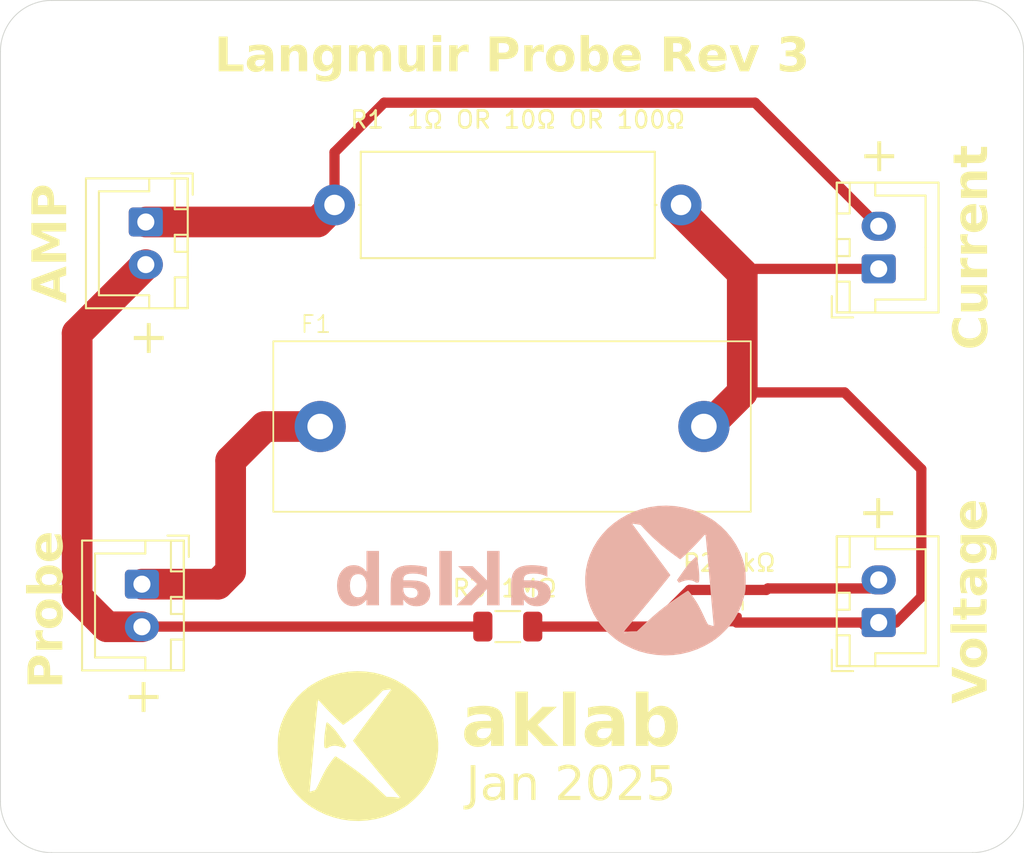
<source format=kicad_pcb>
(kicad_pcb (version 20240108) (generator "pcbnew") (generator_version "8.0")
  (layers (0 "F.Cu" signal) (31 "B.Cu" signal) (34 "B.Paste" user) (35 "F.Paste" user) (36 "B.SilkS" user "B.Silkscreen") (37 "F.SilkS" user "F.Silkscreen") (38 "B.Mask" user) (39 "F.Mask" user) (44 "Edge.Cuts" user))
  (net 0 "")
  (net 1 "Net-(AMP1-1)")
  (net 2 "Net-(Current1-2)")
  (net 3 "Net-(AMP1-2)")
  (net 4 "Net-(Voltage1-1)")
  (net 5 "Net-(Probe1-2)")
  (footprint "Resistor_SMD:R_1206_3216Metric" (layer "F.Cu") (at 129.75 136.238216 180)
    (property "Reference" "R3" (at 2.25 2.238216 180) (layer "F.SilkS"))
    (property "Value" "1M")
    (fp_line (start -0.727064 0.91) (end 0.727064 0.91) (stroke (width 0.12)) (layer "F.SilkS"))
    (fp_line (start -0.727064 -0.91) (end 0.727064 -0.91) (stroke (width 0.12)) (layer "F.SilkS"))
    (pad "1" smd roundrect (at -1.4625 0 180) (size 1.125 1.75) (layers "F.Cu" "F.Paste" "F.Mask") (roundrect_rratio 0.222222) (net 4 "Net-(Voltage1-1)"))
    (pad "2" smd roundrect (at 1.4625 0 180) (size 1.125 1.75) (layers "F.Cu" "F.Paste" "F.Mask") (roundrect_rratio 0.222222) (net 1 "Net-(AMP1-1)"))
  )
  (footprint "Connector_JST:JST_XH_B2B-XH-A_1x02_P2.50mm_Vertical" (layer "F.Cu") (at 108.525 112.5 -90)
    (property "Reference" "AMP" (at 1.25 5.5 90) (layer "F.SilkS") (effects (font (size 2 2))))
    (property "Value" "~")
    (fp_line (start -2.56 3.51) (end 5.06 3.51) (stroke (width 0.12)) (layer "F.SilkS"))
    (fp_line (start 5.06 3.51) (end 5.06 -2.46) (stroke (width 0.12)) (layer "F.SilkS"))
    (fp_line (start -1.8 2.75) (end 1.25 2.75) (stroke (width 0.12)) (layer "F.SilkS"))
    (fp_line (start 4.3 2.75) (end 1.25 2.75) (stroke (width 0.12)) (layer "F.SilkS"))
    (fp_line (start -2.55 -0.2) (end -1.8 -0.2) (stroke (width 0.12)) (layer "F.SilkS"))
    (fp_line (start -1.8 -0.2) (end -1.8 2.75) (stroke (width 0.12)) (layer "F.SilkS"))
    (fp_line (start 4.3 -0.2) (end 4.3 2.75) (stroke (width 0.12)) (layer "F.SilkS"))
    (fp_line (start 5.05 -0.2) (end 4.3 -0.2) (stroke (width 0.12)) (layer "F.SilkS"))
    (fp_line (start -2.55 -1.7) (end -0.75 -1.7) (stroke (width 0.12)) (layer "F.SilkS"))
    (fp_line (start -0.75 -1.7) (end -0.75 -2.45) (stroke (width 0.12)) (layer "F.SilkS"))
    (fp_line (start 0.75 -1.7) (end 1.75 -1.7) (stroke (width 0.12)) (layer "F.SilkS"))
    (fp_line (start 1.75 -1.7) (end 1.75 -2.45) (stroke (width 0.12)) (layer "F.SilkS"))
    (fp_line (start 3.25 -1.7) (end 5.05 -1.7) (stroke (width 0.12)) (layer "F.SilkS"))
    (fp_line (start 5.05 -1.7) (end 5.05 -2.45) (stroke (width 0.12)) (layer "F.SilkS"))
    (fp_line (start -2.55 -2.45) (end -2.55 -1.7) (stroke (width 0.12)) (layer "F.SilkS"))
    (fp_line (start -0.75 -2.45) (end -2.55 -2.45) (stroke (width 0.12)) (layer "F.SilkS"))
    (fp_line (start 0.75 -2.45) (end 0.75 -1.7) (stroke (width 0.12)) (layer "F.SilkS"))
    (fp_line (start 1.75 -2.45) (end 0.75 -2.45) (stroke (width 0.12)) (layer "F.SilkS"))
    (fp_line (start 3.25 -2.45) (end 3.25 -1.7) (stroke (width 0.12)) (layer "F.SilkS"))
    (fp_line (start 5.05 -2.45) (end 3.25 -2.45) (stroke (width 0.12)) (layer "F.SilkS"))
    (fp_line (start -2.56 -2.46) (end -2.56 3.51) (stroke (width 0.12)) (layer "F.SilkS"))
    (fp_line (start 5.06 -2.46) (end -2.56 -2.46) (stroke (width 0.12)) (layer "F.SilkS"))
    (fp_line (start -2.85 -2.75) (end -2.85 -1.5) (stroke (width 0.12)) (layer "F.SilkS"))
    (fp_line (start -1.6 -2.75) (end -2.85 -2.75) (stroke (width 0.12)) (layer "F.SilkS"))
    (pad "1" thru_hole roundrect (at 0 0 270) (size 1.7 2) (drill 1) (layers "*.Cu" "*.Mask") (roundrect_rratio 0.147059) (net 3 "Net-(AMP1-2)"))
    (pad "2" thru_hole oval (at 2.5 0 270) (size 1.7 2) (drill 1) (layers "*.Cu" "*.Mask") (net 1 "Net-(AMP1-1)"))
  )
  (footprint "Connector_JST:JST_XH_B2B-XH-A_1x02_P2.50mm_Vertical" (layer "F.Cu") (at 151.5 136 90)
    (property "Reference" "Voltage" (at 1.25 5.5 90) (layer "F.SilkS") (effects (font (size 2 2))))
    (property "Value" "~")
    (fp_line (start -1.6 -2.75) (end -2.85 -2.75) (stroke (width 0.12)) (layer "F.SilkS"))
    (fp_line (start -2.85 -2.75) (end -2.85 -1.5) (stroke (width 0.12)) (layer "F.SilkS"))
    (fp_line (start 5.06 -2.46) (end -2.56 -2.46) (stroke (width 0.12)) (layer "F.SilkS"))
    (fp_line (start -2.56 -2.46) (end -2.56 3.51) (stroke (width 0.12)) (layer "F.SilkS"))
    (fp_line (start 5.05 -2.45) (end 3.25 -2.45) (stroke (width 0.12)) (layer "F.SilkS"))
    (fp_line (start 3.25 -2.45) (end 3.25 -1.7) (stroke (width 0.12)) (layer "F.SilkS"))
    (fp_line (start 1.75 -2.45) (end 0.75 -2.45) (stroke (width 0.12)) (layer "F.SilkS"))
    (fp_line (start 0.75 -2.45) (end 0.75 -1.7) (stroke (width 0.12)) (layer "F.SilkS"))
    (fp_line (start -0.75 -2.45) (end -2.55 -2.45) (stroke (width 0.12)) (layer "F.SilkS"))
    (fp_line (start -2.55 -2.45) (end -2.55 -1.7) (stroke (width 0.12)) (layer "F.SilkS"))
    (fp_line (start 5.05 -1.7) (end 5.05 -2.45) (stroke (width 0.12)) (layer "F.SilkS"))
    (fp_line (start 3.25 -1.7) (end 5.05 -1.7) (stroke (width 0.12)) (layer "F.SilkS"))
    (fp_line (start 1.75 -1.7) (end 1.75 -2.45) (stroke (width 0.12)) (layer "F.SilkS"))
    (fp_line (start 0.75 -1.7) (end 1.75 -1.7) (stroke (width 0.12)) (layer "F.SilkS"))
    (fp_line (start -0.75 -1.7) (end -0.75 -2.45) (stroke (width 0.12)) (layer "F.SilkS"))
    (fp_line (start -2.55 -1.7) (end -0.75 -1.7) (stroke (width 0.12)) (layer "F.SilkS"))
    (fp_line (start 5.05 -0.2) (end 4.3 -0.2) (stroke (width 0.12)) (layer "F.SilkS"))
    (fp_line (start 4.3 -0.2) (end 4.3 2.75) (stroke (width 0.12)) (layer "F.SilkS"))
    (fp_line (start -1.8 -0.2) (end -1.8 2.75) (stroke (width 0.12)) (layer "F.SilkS"))
    (fp_line (start -2.55 -0.2) (end -1.8 -0.2) (stroke (width 0.12)) (layer "F.SilkS"))
    (fp_line (start 4.3 2.75) (end 1.25 2.75) (stroke (width 0.12)) (layer "F.SilkS"))
    (fp_line (start -1.8 2.75) (end 1.25 2.75) (stroke (width 0.12)) (layer "F.SilkS"))
    (fp_line (start 5.06 3.51) (end 5.06 -2.46) (stroke (width 0.12)) (layer "F.SilkS"))
    (fp_line (start -2.56 3.51) (end 5.06 3.51) (stroke (width 0.12)) (layer "F.SilkS"))
    (pad "1" thru_hole roundrect (at 0 0 90) (size 1.7 2) (drill 1) (layers "*.Cu" "*.Mask") (roundrect_rratio 0.147059) (net 2 "Net-(Current1-2)"))
    (pad "2" thru_hole oval (at 2.5 0 90) (size 1.7 2) (drill 1) (layers "*.Cu" "*.Mask") (net 4 "Net-(Voltage1-1)"))
  )
  (footprint "Resistor_SMD:R_0603_1608Metric" (layer "F.Cu") (at 143 135 -90)
    (property "Reference" "R2" (at -2.5 2 180) (layer "F.SilkS"))
    (property "Value" "1k")
    (fp_line (start -0.237258 0.5225) (end 0.237258 0.5225) (stroke (width 0.12)) (layer "F.SilkS"))
    (fp_line (start -0.237258 -0.5225) (end 0.237258 -0.5225) (stroke (width 0.12)) (layer "F.SilkS"))
    (pad "1" smd roundrect (at -0.825 0 270) (size 0.8 0.95) (layers "F.Cu" "F.Paste" "F.Mask") (net 4 "Net-(Voltage1-1)"))
    (pad "2" smd roundrect (at 0.825 0 270) (size 0.8 0.95) (layers "F.Cu" "F.Paste" "F.Mask") (net 2 "Net-(Current1-2)"))
  )
  (footprint "Connector_JST:JST_XH_B2B-XH-A_1x02_P2.50mm_Vertical" (layer "F.Cu") (at 151.5 115.25 90)
    (property "Reference" "Current" (at 1.25 5.525 90) (layer "F.SilkS") (effects (font (size 2 2))))
    (property "Value" "~")
    (fp_line (start -1.6 -2.75) (end -2.85 -2.75) (stroke (width 0.12)) (layer "F.SilkS"))
    (fp_line (start -2.85 -2.75) (end -2.85 -1.5) (stroke (width 0.12)) (layer "F.SilkS"))
    (fp_line (start 5.06 -2.46) (end -2.56 -2.46) (stroke (width 0.12)) (layer "F.SilkS"))
    (fp_line (start -2.56 -2.46) (end -2.56 3.51) (stroke (width 0.12)) (layer "F.SilkS"))
    (fp_line (start 5.05 -2.45) (end 3.25 -2.45) (stroke (width 0.12)) (layer "F.SilkS"))
    (fp_line (start 3.25 -2.45) (end 3.25 -1.7) (stroke (width 0.12)) (layer "F.SilkS"))
    (fp_line (start 1.75 -2.45) (end 0.75 -2.45) (stroke (width 0.12)) (layer "F.SilkS"))
    (fp_line (start 0.75 -2.45) (end 0.75 -1.7) (stroke (width 0.12)) (layer "F.SilkS"))
    (fp_line (start -0.75 -2.45) (end -2.55 -2.45) (stroke (width 0.12)) (layer "F.SilkS"))
    (fp_line (start -2.55 -2.45) (end -2.55 -1.7) (stroke (width 0.12)) (layer "F.SilkS"))
    (fp_line (start 5.05 -1.7) (end 5.05 -2.45) (stroke (width 0.12)) (layer "F.SilkS"))
    (fp_line (start 3.25 -1.7) (end 5.05 -1.7) (stroke (width 0.12)) (layer "F.SilkS"))
    (fp_line (start 1.75 -1.7) (end 1.75 -2.45) (stroke (width 0.12)) (layer "F.SilkS"))
    (fp_line (start 0.75 -1.7) (end 1.75 -1.7) (stroke (width 0.12)) (layer "F.SilkS"))
    (fp_line (start -0.75 -1.7) (end -0.75 -2.45) (stroke (width 0.12)) (layer "F.SilkS"))
    (fp_line (start -2.55 -1.7) (end -0.75 -1.7) (stroke (width 0.12)) (layer "F.SilkS"))
    (fp_line (start 5.05 -0.2) (end 4.3 -0.2) (stroke (width 0.12)) (layer "F.SilkS"))
    (fp_line (start 4.3 -0.2) (end 4.3 2.75) (stroke (width 0.12)) (layer "F.SilkS"))
    (fp_line (start -1.8 -0.2) (end -1.8 2.75) (stroke (width 0.12)) (layer "F.SilkS"))
    (fp_line (start -2.55 -0.2) (end -1.8 -0.2) (stroke (width 0.12)) (layer "F.SilkS"))
    (fp_line (start 4.3 2.75) (end 1.25 2.75) (stroke (width 0.12)) (layer "F.SilkS"))
    (fp_line (start -1.8 2.75) (end 1.25 2.75) (stroke (width 0.12)) (layer "F.SilkS"))
    (fp_line (start 5.06 3.51) (end 5.06 -2.46) (stroke (width 0.12)) (layer "F.SilkS"))
    (fp_line (start -2.56 3.51) (end 5.06 3.51) (stroke (width 0.12)) (layer "F.SilkS"))
    (pad "1" thru_hole roundrect (at 0 0 90) (size 1.7 2) (drill 1) (layers "*.Cu" "*.Mask") (roundrect_rratio 0.147059) (net 2 "Net-(Current1-2)"))
    (pad "2" thru_hole oval (at 2.5 0 90) (size 1.7 2) (drill 1) (layers "*.Cu" "*.Mask") (net 3 "Net-(AMP1-2)"))
  )
  (footprint "LOGO" (layer "F.Cu") (at 120.962412 143.249154)
    (property "Reference" "G***" (hide yes))
    (property "Value" "LOGO" (hide yes))
    (fp_poly (pts (xy -1.776801 -1.379757) (xy -1.730067 -1.342747) (xy -1.667211 -1.2837) (xy -1.626219 -1.244973) (xy -1.530379 -1.152771) (xy -1.441868 -1.060817) (xy -1.354571 -0.961606) (xy -1.262375 -0.847632) (xy -1.159166 -0.711388) (xy -1.038832 -0.545369) (xy -0.922765 -0.381286) (xy -0.671786 -0.023899) (xy -0.726433 0.052846) (xy -0.765224 0.103175) (xy -0.790732 0.128775) (xy -0.793056 0.129591) (xy -0.821212 0.120248) (xy -0.8835 0.095755) (xy -0.96624 0.061498) (xy -1.161307 -0.000145) (xy -1.353209 -0.021593) (xy -1.53025 -0.00188) (xy -1.575472 0.011116) (xy -1.656043 0.042778) (xy -1.717865 0.075838) (xy -1.737709 0.092134) (xy -1.790596 0.121494) (xy -1.865041 0.127574) (xy -1.935575 0.108896) (xy -1.943877 0.104101) (xy -1.964068 0.064334) (xy -1.9765 -0.019632) (xy -1.981335 -0.14077) (xy -1.978733 -0.292052) (xy -1.968853 -0.466448) (xy -1.951856 -0.65693) (xy -1.927903 -0.85647) (xy -1.920818 -0.907143) (xy -1.894997 -1.089314) (xy -1.874718 -1.224603) (xy -1.856369 -1.317152) (xy -1.836341 -1.371099) (xy -1.811021 -1.390587)) (fill solid) (layer "F.SilkS"))
    (fp_poly (pts (xy 0.455284 -4.375863) (xy 0.949617 -4.305317) (xy 1.435673 -4.185075) (xy 1.910319 -4.015379) (xy 2.245986 -3.861331) (xy 2.666237 -3.622391) (xy 3.054528 -3.346271) (xy 3.408412 -3.035896) (xy 3.725441 -2.69419) (xy 4.00317 -2.324079) (xy 4.239151 -1.928485) (xy 4.430937 -1.510335) (xy 4.574576 -1.078094) (xy 4.668296 -0.636846) (xy 4.7122 -0.189047) (xy 4.707069 0.2606) (xy 4.653689 0.707388) (xy 4.552842 1.146614) (xy 4.40531 1.573573) (xy 4.211878 1.98356) (xy 4.008939 2.319694) (xy 3.809938 2.588211) (xy 3.574405 2.859217) (xy 3.315218 3.119539) (xy 3.04526 3.356002) (xy 2.849825 3.505245) (xy 2.676373 3.618832) (xy 2.467733 3.739406) (xy 2.238548 3.859678) (xy 2.003462 3.972357) (xy 1.777118 4.070155) (xy 1.57416 4.145782) (xy 1.542143 4.156193) (xy 1.050089 4.285858) (xy 0.550004 4.366553) (xy 0.047781 4.397618) (xy -0.44514 4.37889) (xy -0.919797 4.312172) (xy -1.390536 4.19831) (xy -1.849834 4.040191) (xy -2.290164 3.840698) (xy -2.704001 3.602719) (xy -2.98871 3.40357) (xy -3.121139 3.295341) (xy -3.272763 3.159172) (xy -3.430554 3.007725) (xy -3.58148 2.853665) (xy -3.712513 2.709653) (xy -3.74914 2.666304) (xy -2.825102 2.666304) (xy -2.803156 2.670253) (xy -2.746442 2.658375) (xy -2.68903 2.640536) (xy -2.606148 2.614088) (xy -2.539446 2.596653) (xy -2.513828 2.592682) (xy -2.488007 2.568405) (xy -2.444483 2.497404) (xy -2.384147 2.381344) (xy -2.307885 2.221889) (xy -2.258159 2.113392) (xy -2.179165 1.943566) (xy -2.093784 1.768001) (xy -2.008989 1.600503) (xy -1.93175 1.454882) (xy -1.876544 1.357442) (xy -1.802436 1.237714) (xy -1.718649 1.110259) (xy -1.630604 0.982451) (xy -1.543721 0.861663) (xy -1.46342 0.755266) (xy -1.395122 0.670634) (xy -1.344247 0.61514) (xy -1.316823 0.596122) (xy -1.288118 0.610121) (xy -1.223913 0.649075) (xy -1.131322 0.708424) (xy -1.017456 0.783605) (xy -0.889428 0.870057) (xy -0.885064 0.873036) (xy -0.575554 1.086217) (xy -0.302124 1.279123) (xy -0.056527 1.458352) (xy 0.169483 1.630503) (xy 0.384153 1.802173) (xy 0.595731 1.979962) (xy 0.812462 2.170467) (xy 1.042594 2.380287) (xy 1.294372 2.61602) (xy 1.299974 2.621317) (xy 1.679845 2.980612) (xy 1.909055 2.982533) (xy 2.030137 2.985868) (xy 2.146893 2.993004) (xy 2.23825 3.002559) (xy 2.254898 3.005207) (xy 2.360421 3.022969) (xy 2.422595 3.029602) (xy 2.448861 3.02435) (xy 2.446659 3.006455) (xy 2.433021 2.987091) (xy 2.408613 2.957475) (xy 2.354673 2.892987) (xy 2.275157 2.798322) (xy 2.174017 2.678179) (xy 2.055209 2.537255) (xy 1.922686 2.380245) (xy 1.780403 2.211849) (xy 1.772974 2.203061) (xy 1.631668 2.035261) (xy 1.47742 1.85093) (xy 1.313367 1.653909) (xy 1.14265 1.448038) (xy 0.968405 1.237156) (xy 0.793772 1.025105) (xy 0.62189 0.815725) (xy 0.455896 0.612856) (xy 0.29893 0.420338) (xy 0.15413 0.242012) (xy 0.024634 0.081717) (xy -0.086418 -0.056705) (xy -0.175888 -0.169415) (xy -0.240639 -0.252572) (xy -0.27753 -0.302336) (xy -0.285102 -0.315161) (xy -0.269945 -0.338538) (xy -0.226196 -0.399841) (xy -0.156437 -0.495581) (xy -0.063253 -0.62227) (xy 0.050775 -0.776418) (xy 0.183064 -0.954539) (xy 0.33103 -1.153142) (xy 0.49209 -1.368739) (xy 0.663663 -1.597842) (xy 0.732443 -1.689533) (xy 0.955992 -1.987428) (xy 1.150421 -2.246593) (xy 1.317734 -2.469751) (xy 1.459935 -2.659624) (xy 1.579027 -2.818938) (xy 1.677013 -2.950413) (xy 1.755897 -3.056775) (xy 1.817682 -3.140746) (xy 1.864372 -3.20505) (xy 1.897971 -3.25241) (xy 1.920481 -3.285549) (xy 1.933906 -3.30719) (xy 1.940249 -3.320057) (xy 1.941514 -3.326874) (xy 1.939705 -3.330363) (xy 1.939614 -3.330455) (xy 1.912754 -3.329977) (xy 1.848863 -3.322637) (xy 1.761956 -3.310592) (xy 1.666047 -3.295998) (xy 1.575152 -3.281013) (xy 1.503285 -3.267794) (xy 1.464461 -3.258497) (xy 1.461391 -3.256852) (xy 1.443686 -3.237461) (xy 1.397049 -3.186936) (xy 1.32782 -3.11213) (xy 1.242337 -3.019897) (xy 1.205897 -2.980613) (xy 0.764707 -2.535672) (xy 0.274495 -2.099191) (xy -0.265724 -1.670315) (xy -0.530487 -1.475926) (xy -0.858751 -1.240557) (xy -0.941263 -1.303771) (xy -1.012511 -1.363494) (xy -1.112171 -1.454186) (xy -1.233292 -1.568915) (xy -1.368925 -1.700749) (xy -1.512118 -1.842755) (xy -1.655922 -1.988) (xy -1.793388 -2.129551) (xy -1.917563 -2.260476) (xy -2.0215 -2.373843) (xy -2.073469 -2.433138) (xy -2.171963 -2.546828) (xy -2.242874 -2.624148) (xy -2.290832 -2.669339) (xy -2.320467 -2.686646) (xy -2.336407 -2.680309) (xy -2.338568 -2.676088) (xy -2.343869 -2.652745) (xy -2.351141 -2.602405) (xy -2.360574 -2.523023) (xy -2.372356 -2.412554) (xy -2.386675 -2.268953) (xy -2.403722 -2.090175) (xy -2.423684 -1.874177) (xy -2.44675 -1.618912) (xy -2.473109 -1.322337) (xy -2.50295 -0.982407) (xy -2.536462 -0.597077) (xy -2.573833 -0.164302) (xy -2.615253 0.317962) (xy -2.617989 0.349898) (xy -2.641251 0.620029) (xy -2.665087 0.894274) (xy -2.688744 1.164155) (xy -2.711472 1.421194) (xy -2.732518 1.656913) (xy -2.751132 1.862834) (xy -2.76656 2.030478) (xy -2.773728 2.106562) (xy -2.789093 2.2686) (xy -2.802624 2.41316) (xy -2.81359 2.53228) (xy -2.82126 2.617998) (xy -2.824903 2.662349) (xy -2.825102 2.666304) (xy -3.74914 2.666304) (xy -3.757312 2.656632) (xy -4.032963 2.280407) (xy -4.265585 1.87577) (xy -4.454417 1.444316) (xy -4.5987 0.98764) (xy -4.64405 0.796964) (xy -4.66468 0.694154) (xy -4.679826 0.596876) (xy -4.690286 0.494098) (xy -4.696853 0.374789) (xy -4.700323 0.227918) (xy -4.701492 0.042453) (xy -4.70152 0) (xy -4.698583 -0.252128) (xy -4.688409 -0.466361) (xy -4.668954 -0.656378) (xy -4.638174 -0.83586) (xy -4.594024 -1.018489) (xy -4.53446 -1.217943) (xy -4.5069 -1.302373) (xy -4.343047 -1.715395) (xy -4.131939 -2.114913) (xy -3.877485 -2.495725) (xy -3.583598 -2.852635) (xy -3.254189 -3.18044) (xy -2.893168 -3.473944) (xy -2.849825 -3.505246) (xy -2.676373 -3.618833) (xy -2.467732 -3.739407) (xy -2.238547 -3.859679) (xy -2.003461 -3.972358) (xy -1.777117 -4.070156) (xy -1.574159 -4.145783) (xy -1.542142 -4.156194) (xy -1.046039 -4.286876) (xy -0.545678 -4.366886) (xy -0.044192 -4.396467)) (fill solid) (layer "F.SilkS"))
  )
  (footprint "MountingHole:MountingHole_3.2mm_M3" (layer "F.Cu") (at 105 144)
    (property "Reference" "H3" (hide yes))
    (property "Value" "MountingHole" (hide yes))
    (pad "" np_thru_hole circle (at 0 0) (size 3.2 3.2) (drill 3.2) (layers "*.Cu" "*.Mask"))
  )
  (footprint "ak:BLX-A Fuse Holder" (layer "F.Cu") (at 130 124.5)
    (property "Reference" "F1" (at -11.5 -6 0) (layer "F.SilkS") (effects (font (thickness 0.1))))
    (property "Value" "Fuse")
    (fp_line (start -14 -5) (end 14 -5) (stroke (width 0.1)) (layer "F.SilkS"))
    (fp_line (start -14 5) (end -14 -5) (stroke (width 0.1)) (layer "F.SilkS"))
    (fp_line (start 14 -5) (end 14 5) (stroke (width 0.1)) (layer "F.SilkS"))
    (fp_line (start 14 5) (end -14 5) (stroke (width 0.1)) (layer "F.SilkS"))
    (pad "1" thru_hole circle (at -11.25 0) (size 3 3) (drill 1.5) (layers "*.Cu" "*.Mask") (net 5 "Net-(Probe1-2)"))
    (pad "2" thru_hole circle (at 11.25 0) (size 3 3) (drill 1.5) (layers "*.Cu" "*.Mask") (net 2 "Net-(Current1-2)"))
  )
  (footprint "Resistor_THT:R_Axial_DIN0617_L17.0mm_D6.0mm_P20.32mm_Horizontal" (layer "F.Cu") (at 119.59 111.5)
    (property "Reference" "R1" (at 1.91 -5 0) (layer "F.SilkS"))
    (property "Value" "100")
    (fp_line (start 1.44 0) (end 1.54 0) (stroke (width 0.12)) (layer "F.SilkS"))
    (fp_line (start 1.54 -3.12) (end 1.54 3.12) (stroke (width 0.12)) (layer "F.SilkS"))
    (fp_line (start 1.54 3.12) (end 18.78 3.12) (stroke (width 0.12)) (layer "F.SilkS"))
    (fp_line (start 18.78 -3.12) (end 1.54 -3.12) (stroke (width 0.12)) (layer "F.SilkS"))
    (fp_line (start 18.78 3.12) (end 18.78 -3.12) (stroke (width 0.12)) (layer "F.SilkS"))
    (fp_line (start 18.88 0) (end 18.78 0) (stroke (width 0.12)) (layer "F.SilkS"))
    (pad "1" thru_hole circle (at 0 0) (size 2.4 2.4) (drill 1.2) (layers "*.Cu" "*.Mask") (net 3 "Net-(AMP1-2)"))
    (pad "2" thru_hole oval (at 20.32 0) (size 2.4 2.4) (drill 1.2) (layers "*.Cu" "*.Mask") (net 2 "Net-(Current1-2)"))
  )
  (footprint "MountingHole:MountingHole_3.2mm_M3" (layer "F.Cu") (at 155 104)
    (property "Reference" "H2" (hide yes))
    (property "Value" "MountingHole" (hide yes))
    (pad "" np_thru_hole circle (at 0 0) (size 3.2 3.2) (drill 3.2) (layers "*.Cu" "*.Mask"))
  )
  (footprint "MountingHole:MountingHole_3.2mm_M3" (layer "F.Cu") (at 155 144)
    (property "Reference" "H4" (hide yes))
    (property "Value" "MountingHole" (hide yes))
    (pad "" np_thru_hole circle (at 0 0) (size 3.2 3.2) (drill 3.2) (layers "*.Cu" "*.Mask"))
  )
  (footprint "Connector_JST:JST_XH_B2B-XH-A_1x02_P2.50mm_Vertical" (layer "F.Cu") (at 108.2975 133.75 -90)
    (property "Reference" "Probe" (at 1.5 5.5 90) (layer "F.SilkS") (effects (font (size 2 2))))
    (property "Value" "~")
    (fp_line (start -2.56 3.51) (end 5.06 3.51) (stroke (width 0.12)) (layer "F.SilkS"))
    (fp_line (start 5.06 3.51) (end 5.06 -2.46) (stroke (width 0.12)) (layer "F.SilkS"))
    (fp_line (start -1.8 2.75) (end 1.25 2.75) (stroke (width 0.12)) (layer "F.SilkS"))
    (fp_line (start 4.3 2.75) (end 1.25 2.75) (stroke (width 0.12)) (layer "F.SilkS"))
    (fp_line (start -2.55 -0.2) (end -1.8 -0.2) (stroke (width 0.12)) (layer "F.SilkS"))
    (fp_line (start -1.8 -0.2) (end -1.8 2.75) (stroke (width 0.12)) (layer "F.SilkS"))
    (fp_line (start 4.3 -0.2) (end 4.3 2.75) (stroke (width 0.12)) (layer "F.SilkS"))
    (fp_line (start 5.05 -0.2) (end 4.3 -0.2) (stroke (width 0.12)) (layer "F.SilkS"))
    (fp_line (start -2.55 -1.7) (end -0.75 -1.7) (stroke (width 0.12)) (layer "F.SilkS"))
    (fp_line (start -0.75 -1.7) (end -0.75 -2.45) (stroke (width 0.12)) (layer "F.SilkS"))
    (fp_line (start 0.75 -1.7) (end 1.75 -1.7) (stroke (width 0.12)) (layer "F.SilkS"))
    (fp_line (start 1.75 -1.7) (end 1.75 -2.45) (stroke (width 0.12)) (layer "F.SilkS"))
    (fp_line (start 3.25 -1.7) (end 5.05 -1.7) (stroke (width 0.12)) (layer "F.SilkS"))
    (fp_line (start 5.05 -1.7) (end 5.05 -2.45) (stroke (width 0.12)) (layer "F.SilkS"))
    (fp_line (start -2.55 -2.45) (end -2.55 -1.7) (stroke (width 0.12)) (layer "F.SilkS"))
    (fp_line (start -0.75 -2.45) (end -2.55 -2.45) (stroke (width 0.12)) (layer "F.SilkS"))
    (fp_line (start 0.75 -2.45) (end 0.75 -1.7) (stroke (width 0.12)) (layer "F.SilkS"))
    (fp_line (start 1.75 -2.45) (end 0.75 -2.45) (stroke (width 0.12)) (layer "F.SilkS"))
    (fp_line (start 3.25 -2.45) (end 3.25 -1.7) (stroke (width 0.12)) (layer "F.SilkS"))
    (fp_line (start 5.05 -2.45) (end 3.25 -2.45) (stroke (width 0.12)) (layer "F.SilkS"))
    (fp_line (start -2.56 -2.46) (end -2.56 3.51) (stroke (width 0.12)) (layer "F.SilkS"))
    (fp_line (start 5.06 -2.46) (end -2.56 -2.46) (stroke (width 0.12)) (layer "F.SilkS"))
    (fp_line (start -2.85 -2.75) (end -2.85 -1.5) (stroke (width 0.12)) (layer "F.SilkS"))
    (fp_line (start -1.6 -2.75) (end -2.85 -2.75) (stroke (width 0.12)) (layer "F.SilkS"))
    (pad "1" thru_hole roundrect (at 0 0 270) (size 1.7 2) (drill 1) (layers "*.Cu" "*.Mask") (roundrect_rratio 0.147059) (net 5 "Net-(Probe1-2)"))
    (pad "2" thru_hole oval (at 2.5 0 270) (size 1.7 2) (drill 1) (layers "*.Cu" "*.Mask") (net 1 "Net-(AMP1-1)"))
  )
  (footprint "LOGO" (layer "B.Cu") (at 139 133.534071 180)
    (property "Reference" "G***" (hide yes))
    (property "Value" "LOGO" (hide yes))
    (fp_poly (pts (xy -1.776801 1.379757) (xy -1.730067 1.342747) (xy -1.667211 1.2837) (xy -1.626219 1.244973) (xy -1.530379 1.152771) (xy -1.441868 1.060817) (xy -1.354571 0.961606) (xy -1.262375 0.847632) (xy -1.159166 0.711388) (xy -1.038832 0.545369) (xy -0.922765 0.381286) (xy -0.671786 0.023899) (xy -0.726433 -0.052846) (xy -0.765224 -0.103175) (xy -0.790732 -0.128775) (xy -0.793056 -0.129591) (xy -0.821212 -0.120248) (xy -0.8835 -0.095755) (xy -0.96624 -0.061498) (xy -1.161307 0.000145) (xy -1.353209 0.021593) (xy -1.53025 0.00188) (xy -1.575472 -0.011116) (xy -1.656043 -0.042778) (xy -1.717865 -0.075838) (xy -1.737709 -0.092134) (xy -1.790596 -0.121494) (xy -1.865041 -0.127574) (xy -1.935575 -0.108896) (xy -1.943877 -0.104101) (xy -1.964068 -0.064334) (xy -1.9765 0.019632) (xy -1.981335 0.14077) (xy -1.978733 0.292052) (xy -1.968853 0.466448) (xy -1.951856 0.65693) (xy -1.927903 0.85647) (xy -1.920818 0.907143) (xy -1.894997 1.089314) (xy -1.874718 1.224603) (xy -1.856369 1.317152) (xy -1.836341 1.371099) (xy -1.811021 1.390587)) (fill solid) (layer "B.SilkS"))
    (fp_poly (pts (xy 0.455284 4.375863) (xy 0.949617 4.305317) (xy 1.435673 4.185075) (xy 1.910319 4.015379) (xy 2.245986 3.861331) (xy 2.666237 3.622391) (xy 3.054528 3.346271) (xy 3.408412 3.035896) (xy 3.725441 2.69419) (xy 4.00317 2.324079) (xy 4.239151 1.928485) (xy 4.430937 1.510335) (xy 4.574576 1.078094) (xy 4.668296 0.636846) (xy 4.7122 0.189047) (xy 4.707069 -0.2606) (xy 4.653689 -0.707388) (xy 4.552842 -1.146614) (xy 4.40531 -1.573573) (xy 4.211878 -1.98356) (xy 4.008939 -2.319694) (xy 3.809938 -2.588211) (xy 3.574405 -2.859217) (xy 3.315218 -3.119539) (xy 3.04526 -3.356002) (xy 2.849825 -3.505245) (xy 2.676373 -3.618832) (xy 2.467733 -3.739406) (xy 2.238548 -3.859678) (xy 2.003462 -3.972357) (xy 1.777118 -4.070155) (xy 1.57416 -4.145782) (xy 1.542143 -4.156193) (xy 1.050089 -4.285858) (xy 0.550004 -4.366553) (xy 0.047781 -4.397618) (xy -0.44514 -4.37889) (xy -0.919797 -4.312172) (xy -1.390536 -4.19831) (xy -1.849834 -4.040191) (xy -2.290164 -3.840698) (xy -2.704001 -3.602719) (xy -2.98871 -3.40357) (xy -3.121139 -3.295341) (xy -3.272763 -3.159172) (xy -3.430554 -3.007725) (xy -3.58148 -2.853665) (xy -3.712513 -2.709653) (xy -3.74914 -2.666304) (xy -2.825102 -2.666304) (xy -2.803156 -2.670253) (xy -2.746442 -2.658375) (xy -2.68903 -2.640536) (xy -2.606148 -2.614088) (xy -2.539446 -2.596653) (xy -2.513828 -2.592682) (xy -2.488007 -2.568405) (xy -2.444483 -2.497404) (xy -2.384147 -2.381344) (xy -2.307885 -2.221889) (xy -2.258159 -2.113392) (xy -2.179165 -1.943566) (xy -2.093784 -1.768001) (xy -2.008989 -1.600503) (xy -1.93175 -1.454882) (xy -1.876544 -1.357442) (xy -1.802436 -1.237714) (xy -1.718649 -1.110259) (xy -1.630604 -0.982451) (xy -1.543721 -0.861663) (xy -1.46342 -0.755266) (xy -1.395122 -0.670634) (xy -1.344247 -0.61514) (xy -1.316823 -0.596122) (xy -1.288118 -0.610121) (xy -1.223913 -0.649075) (xy -1.131322 -0.708424) (xy -1.017456 -0.783605) (xy -0.889428 -0.870057) (xy -0.885064 -0.873036) (xy -0.575554 -1.086217) (xy -0.302124 -1.279123) (xy -0.056527 -1.458352) (xy 0.169483 -1.630503) (xy 0.384153 -1.802173) (xy 0.595731 -1.979962) (xy 0.812462 -2.170467) (xy 1.042594 -2.380287) (xy 1.294372 -2.61602) (xy 1.299974 -2.621317) (xy 1.679845 -2.980612) (xy 1.909055 -2.982533) (xy 2.030137 -2.985868) (xy 2.146893 -2.993004) (xy 2.23825 -3.002559) (xy 2.254898 -3.005207) (xy 2.360421 -3.022969) (xy 2.422595 -3.029602) (xy 2.448861 -3.02435) (xy 2.446659 -3.006455) (xy 2.433021 -2.987091) (xy 2.408613 -2.957475) (xy 2.354673 -2.892987) (xy 2.275157 -2.798322) (xy 2.174017 -2.678179) (xy 2.055209 -2.537255) (xy 1.922686 -2.380245) (xy 1.780403 -2.211849) (xy 1.772974 -2.203061) (xy 1.631668 -2.035261) (xy 1.47742 -1.85093) (xy 1.313367 -1.653909) (xy 1.14265 -1.448038) (xy 0.968405 -1.237156) (xy 0.793772 -1.025105) (xy 0.62189 -0.815725) (xy 0.455896 -0.612856) (xy 0.29893 -0.420338) (xy 0.15413 -0.242012) (xy 0.024634 -0.081717) (xy -0.086418 0.056705) (xy -0.175888 0.169415) (xy -0.240639 0.252572) (xy -0.27753 0.302336) (xy -0.285102 0.315161) (xy -0.269945 0.338538) (xy -0.226196 0.399841) (xy -0.156437 0.495581) (xy -0.063253 0.62227) (xy 0.050775 0.776418) (xy 0.183064 0.954539) (xy 0.33103 1.153142) (xy 0.49209 1.368739) (xy 0.663663 1.597842) (xy 0.732443 1.689533) (xy 0.955992 1.987428) (xy 1.150421 2.246593) (xy 1.317734 2.469751) (xy 1.459935 2.659624) (xy 1.579027 2.818938) (xy 1.677013 2.950413) (xy 1.755897 3.056775) (xy 1.817682 3.140746) (xy 1.864372 3.20505) (xy 1.897971 3.25241) (xy 1.920481 3.285549) (xy 1.933906 3.30719) (xy 1.940249 3.320057) (xy 1.941514 3.326874) (xy 1.939705 3.330363) (xy 1.939614 3.330455) (xy 1.912754 3.329977) (xy 1.848863 3.322637) (xy 1.761956 3.310592) (xy 1.666047 3.295998) (xy 1.575152 3.281013) (xy 1.503285 3.267794) (xy 1.464461 3.258497) (xy 1.461391 3.256852) (xy 1.443686 3.237461) (xy 1.397049 3.186936) (xy 1.32782 3.11213) (xy 1.242337 3.019897) (xy 1.205897 2.980613) (xy 0.764707 2.535672) (xy 0.274495 2.099191) (xy -0.265724 1.670315) (xy -0.530487 1.475926) (xy -0.858751 1.240557) (xy -0.941263 1.303771) (xy -1.012511 1.363494) (xy -1.112171 1.454186) (xy -1.233292 1.568915) (xy -1.368925 1.700749) (xy -1.512118 1.842755) (xy -1.655922 1.988) (xy -1.793388 2.129551) (xy -1.917563 2.260476) (xy -2.0215 2.373843) (xy -2.073469 2.433138) (xy -2.171963 2.546828) (xy -2.242874 2.624148) (xy -2.290832 2.669339) (xy -2.320467 2.686646) (xy -2.336407 2.680309) (xy -2.338568 2.676088) (xy -2.343869 2.652745) (xy -2.351141 2.602405) (xy -2.360574 2.523023) (xy -2.372356 2.412554) (xy -2.386675 2.268953) (xy -2.403722 2.090175) (xy -2.423684 1.874177) (xy -2.44675 1.618912) (xy -2.473109 1.322337) (xy -2.50295 0.982407) (xy -2.536462 0.597077) (xy -2.573833 0.164302) (xy -2.615253 -0.317962) (xy -2.617989 -0.349898) (xy -2.641251 -0.620029) (xy -2.665087 -0.894274) (xy -2.688744 -1.164155) (xy -2.711472 -1.421194) (xy -2.732518 -1.656913) (xy -2.751132 -1.862834) (xy -2.76656 -2.030478) (xy -2.773728 -2.106562) (xy -2.789093 -2.2686) (xy -2.802624 -2.41316) (xy -2.81359 -2.53228) (xy -2.82126 -2.617998) (xy -2.824903 -2.662349) (xy -2.825102 -2.666304) (xy -3.74914 -2.666304) (xy -3.757312 -2.656632) (xy -4.032963 -2.280407) (xy -4.265585 -1.87577) (xy -4.454417 -1.444316) (xy -4.5987 -0.98764) (xy -4.64405 -0.796964) (xy -4.66468 -0.694154) (xy -4.679826 -0.596876) (xy -4.690286 -0.494098) (xy -4.696853 -0.374789) (xy -4.700323 -0.227918) (xy -4.701492 -0.042453) (xy -4.70152 0) (xy -4.698583 0.252128) (xy -4.688409 0.466361) (xy -4.668954 0.656378) (xy -4.638174 0.83586) (xy -4.594024 1.018489) (xy -4.53446 1.217943) (xy -4.5069 1.302373) (xy -4.343047 1.715395) (xy -4.131939 2.114913) (xy -3.877485 2.495725) (xy -3.583598 2.852635) (xy -3.254189 3.18044) (xy -2.893168 3.473944) (xy -2.849825 3.505246) (xy -2.676373 3.618833) (xy -2.467732 3.739407) (xy -2.238547 3.859679) (xy -2.003461 3.972358) (xy -1.777117 4.070156) (xy -1.574159 4.145783) (xy -1.542142 4.156194) (xy -1.046039 4.286876) (xy -0.545678 4.366886) (xy -0.044192 4.396467)) (fill solid) (layer "B.SilkS"))
  )
  (footprint "MountingHole:MountingHole_3.2mm_M3" (layer "B.Cu") (at 105 104 180)
    (property "Reference" "H1" (hide yes))
    (property "Value" "MountingHole" (hide yes))
    (pad "" np_thru_hole circle (at 0 0 180) (size 3.2 3.2) (drill 3.2) (layers "*.Cu" "*.Mask"))
  )
  (gr_line (start 157 149.5) (end 103 149.5) (stroke (width 0.05)) (layer "Edge.Cuts"))
  (gr_line (start 103 99.5) (end 157 99.5) (stroke (width 0.05)) (layer "Edge.Cuts"))
  (gr_arc (start 100 102.5) (mid 100.87868 100.37868) (end 103 99.5) (stroke (width 0.05)) (layer "Edge.Cuts"))
  (gr_line (start 160 102.5) (end 160 146.5) (stroke (width 0.05)) (layer "Edge.Cuts"))
  (gr_arc (start 160 146.5) (mid 159.12132 148.62132) (end 157 149.5) (stroke (width 0.05)) (layer "Edge.Cuts"))
  (gr_arc (start 103 149.5) (mid 100.87868 148.62132) (end 100 146.5) (stroke (width 0.05)) (layer "Edge.Cuts"))
  (gr_arc (start 157 99.5) (mid 159.12132 100.37868) (end 160 102.5) (stroke (width 0.05)) (layer "Edge.Cuts"))
  (gr_line (start 100 146.5) (end 100 102.5) (stroke (width 0.05)) (layer "Edge.Cuts"))
  (gr_text "aklab" (at 126 135.5 0) (layer "B.SilkS") (effects (font (size 3 3) (thickness 0.1)) (justify bottom mirror)))
  (gr_text "+" (at 108.698639 120.521573 0) (layer "F.SilkS") (effects (font (size 2 2) (thickness 0.1)) (justify bottom)))
  (gr_text "1kΩ" (at 144 132.5 0) (layer "F.SilkS") (effects (font (size 1 1))))
  (gr_text "+" (at 151.471622 130.797958 0) (layer "F.SilkS") (effects (font (size 2 2) (thickness 0.1)) (justify bottom)))
  (gr_text "Jan 2025" (at 133.462412 146.749154 0) (layer "F.SilkS") (effects (font (size 2 2) (thickness 0.1)) (justify bottom)))
  (gr_text "1MΩ" (at 131 134 0) (layer "F.SilkS") (effects (font (size 1 1))))
  (gr_text "+" (at 108.393876 141.585131 0) (layer "F.SilkS") (effects (font (size 2 2) (thickness 0.1)) (justify bottom)))
  (gr_text "Langmuir Probe Rev 3" (at 130 104 0) (layer "F.SilkS") (effects (font (size 2 2) (thickness 0.1)) (justify bottom)))
  (gr_text "+" (at 151.531924 109.855418 0) (layer "F.SilkS") (effects (font (size 2 2) (thickness 0.1)) (justify bottom)))
  (gr_text "aklab" (at 133.462412 143.749154 0) (layer "F.SilkS") (effects (font (size 3 3) (thickness 0.1)) (justify bottom)))
  (gr_text "1Ω OR 10Ω OR 100Ω" (at 132 106.5 0) (layer "F.SilkS") (effects (font (size 1 1))))
  (segment (start 104.5 119.025) (end 104.5 134.5) (width 1.8) (layer "F.Cu") (net 1))
  (segment (start 108.309284 136.238216) (end 128.2875 136.238216) (width 0.6) (layer "F.Cu") (net 1))
  (segment (start 106.25 136.25) (end 108.2975 136.25) (width 1.8) (layer "F.Cu") (net 1))
  (segment (start 108.525 115) (end 104.5 119.025) (width 1.8) (layer "F.Cu") (net 1))
  (segment (start 108.2975 136.25) (end 108.309284 136.238216) (width 0.6) (layer "F.Cu") (net 1))
  (segment (start 104.5 134.5) (end 106.25 136.25) (width 1.8) (layer "F.Cu") (net 1))
  (segment (start 143.66 115.25) (end 139.91 111.5) (width 0.6) (layer "F.Cu") (net 2))
  (segment (start 143 135.825) (end 143 135.9125) (width 0.6) (layer "F.Cu") (net 2))
  (segment (start 139.91 111.91) (end 143.5 115.5) (width 1.8) (layer "F.Cu") (net 2))
  (segment (start 154 127) (end 154 134.5) (width 0.6) (layer "F.Cu") (net 2))
  (segment (start 151.5 115.25) (end 143.66 115.25) (width 0.6) (layer "F.Cu") (net 2))
  (segment (start 151 136.5) (end 150.5 136) (width 0.6) (layer "F.Cu") (net 2))
  (segment (start 151.5 136) (end 151 136.5) (width 0.2) (layer "F.Cu") (net 2))
  (segment (start 150.5 136) (end 143.175 136) (width 0.6) (layer "F.Cu") (net 2))
  (segment (start 143.5 122.5) (end 141.5 124.5) (width 1.8) (layer "F.Cu") (net 2))
  (segment (start 151.5 136) (end 151 136) (width 0.6) (layer "F.Cu") (net 2))
  (segment (start 152.5 136) (end 151.5 136) (width 0.6) (layer "F.Cu") (net 2))
  (segment (start 154 134.5) (end 152.5 136) (width 0.6) (layer "F.Cu") (net 2))
  (segment (start 151.0875 136.4125) (end 151.5 136) (width 0.2) (layer "F.Cu") (net 2))
  (segment (start 150.913216 136.238216) (end 151.0875 136.4125) (width 0.6) (layer "F.Cu") (net 2))
  (segment (start 143.5 115.5) (end 143.5 122.5) (width 1.8) (layer "F.Cu") (net 2))
  (segment (start 143.5 122.5) (end 149.5 122.5) (width 0.6) (layer "F.Cu") (net 2))
  (segment (start 143.175 136) (end 143 135.825) (width 0.6) (layer "F.Cu") (net 2))
  (segment (start 139.91 111.5) (end 139.91 111.91) (width 1.5) (layer "F.Cu") (net 2))
  (segment (start 149.5 122.5) (end 154 127) (width 0.6) (layer "F.Cu") (net 2))
  (segment (start 141.5 124.5) (end 141 124.5) (width 1.5) (layer "F.Cu") (net 2))
  (segment (start 122.5 105.5) (end 119.590002 108.409998) (width 0.6) (layer "F.Cu") (net 3))
  (segment (start 118.590002 112.5) (end 119.590002 111.5) (width 1.8) (layer "F.Cu") (net 3))
  (segment (start 108.525 112.5) (end 118.590002 112.5) (width 1.8) (layer "F.Cu") (net 3))
  (segment (start 144.25 105.5) (end 122.5 105.5) (width 0.6) (layer "F.Cu") (net 3))
  (segment (start 119.590002 108.409998) (end 119.590002 111.5) (width 0.6) (layer "F.Cu") (net 3))
  (segment (start 151.5 112.75) (end 144.25 105.5) (width 0.6) (layer "F.Cu") (net 3))
  (segment (start 151.5 133.5) (end 151 134) (width 0.6) (layer "F.Cu") (net 4))
  (segment (start 145 134) (end 144.9125 134.0875) (width 0.6) (layer "F.Cu") (net 4))
  (segment (start 140.4125 134.0875) (end 138.261784 136.238216) (width 0.6) (layer "F.Cu") (net 4))
  (segment (start 138.261784 136.238216) (end 131.2125 136.238216) (width 0.6) (layer "F.Cu") (net 4))
  (segment (start 144.9125 134.0875) (end 140.4125 134.0875) (width 0.6) (layer "F.Cu") (net 4))
  (segment (start 151 134) (end 145 134) (width 0.6) (layer "F.Cu") (net 4))
  (segment (start 108.2975 133.75) (end 112.75 133.75) (width 1.8) (layer "F.Cu") (net 5))
  (segment (start 112.75 133.75) (end 113.5 133) (width 1.8) (layer "F.Cu") (net 5))
  (segment (start 115.5 124.5) (end 118.75 124.5) (width 1.8) (layer "F.Cu") (net 5))
  (segment (start 113.5 126.5) (end 115.5 124.5) (width 1.8) (layer "F.Cu") (net 5))
  (segment (start 113.5 133) (end 113.5 126.5) (width 1.8) (layer "F.Cu") (net 5))
)
</source>
